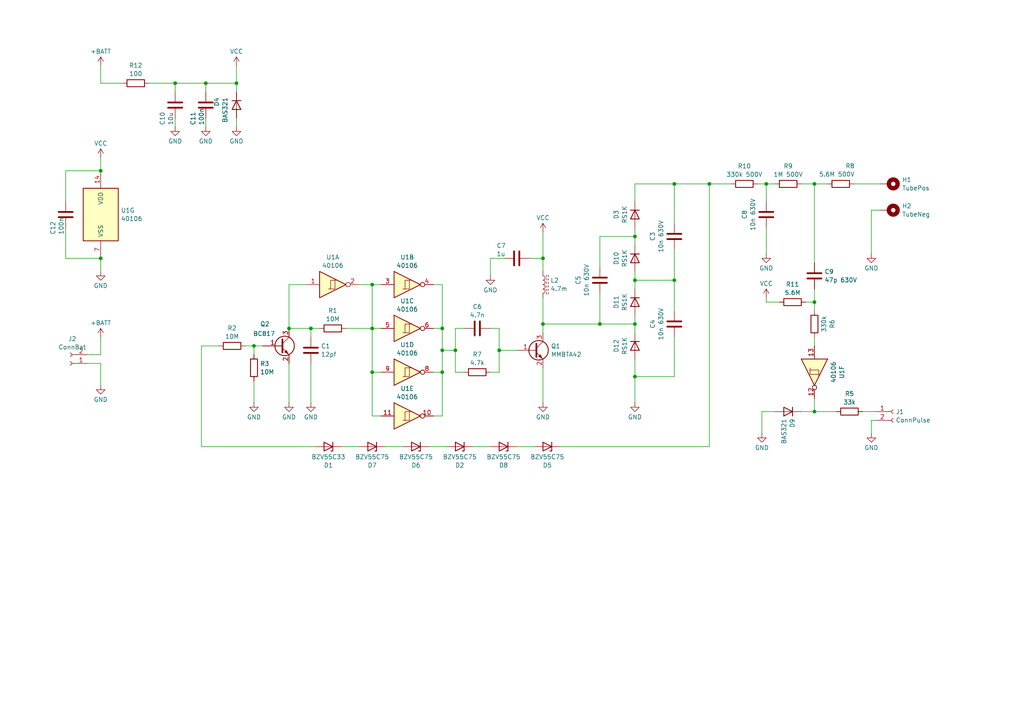
<source format=kicad_sch>
(kicad_sch (version 20231120) (generator "eeschema") (generator_version "8.0")
  (paper "A4")
  (lib_symbols
    (symbol "4xxx:40106" (pin_names (offset 1.016))
      (property "Reference" "U" (at 0 1.27 0))
      (property "Value" "40106" (at 0 -1.27 0))
      (symbol "40106_1_0"
        (polyline (pts (xy -0.635 -1.27) (xy -0.635 1.27) (xy 0.635 1.27)))
        (polyline (pts (xy -3.81 3.81) (xy -3.81 -3.81) (xy 3.81 0) (xy -3.81 3.81)) (stroke (width 0.254)) (fill (type background)))
        (polyline (pts (xy -1.27 -1.27) (xy 0.635 -1.27) (xy 0.635 1.27) (xy 1.27 1.27)))
        (pin input line (at -7.62 0 0) (length 3.81) (name "~") (number "1"))
        (pin output inverted (at 7.62 0 180) (length 3.81) (name "~") (number "2"))
      )
      (symbol "40106_2_0"
        (polyline (pts (xy -0.635 -1.27) (xy -0.635 1.27) (xy 0.635 1.27)))
        (polyline (pts (xy -3.81 3.81) (xy -3.81 -3.81) (xy 3.81 0) (xy -3.81 3.81)) (stroke (width 0.254)) (fill (type background)))
        (polyline (pts (xy -1.27 -1.27) (xy 0.635 -1.27) (xy 0.635 1.27) (xy 1.27 1.27)))
        (pin input line (at -7.62 0 0) (length 3.81) (name "~") (number "3"))
        (pin output inverted (at 7.62 0 180) (length 3.81) (name "~") (number "4"))
      )
      (symbol "40106_3_0"
        (polyline (pts (xy -0.635 -1.27) (xy -0.635 1.27) (xy 0.635 1.27)))
        (polyline (pts (xy -3.81 3.81) (xy -3.81 -3.81) (xy 3.81 0) (xy -3.81 3.81)) (stroke (width 0.254)) (fill (type background)))
        (polyline (pts (xy -1.27 -1.27) (xy 0.635 -1.27) (xy 0.635 1.27) (xy 1.27 1.27)))
        (pin input line (at -7.62 0 0) (length 3.81) (name "~") (number "5"))
        (pin output inverted (at 7.62 0 180) (length 3.81) (name "~") (number "6"))
      )
      (symbol "40106_4_0"
        (polyline (pts (xy -0.635 -1.27) (xy -0.635 1.27) (xy 0.635 1.27)))
        (polyline (pts (xy -3.81 3.81) (xy -3.81 -3.81) (xy 3.81 0) (xy -3.81 3.81)) (stroke (width 0.254)) (fill (type background)))
        (polyline (pts (xy -1.27 -1.27) (xy 0.635 -1.27) (xy 0.635 1.27) (xy 1.27 1.27)))
        (pin output inverted (at 7.62 0 180) (length 3.81) (name "~") (number "8"))
        (pin input line (at -7.62 0 0) (length 3.81) (name "~") (number "9"))
      )
      (symbol "40106_5_0"
        (polyline (pts (xy -0.635 -1.27) (xy -0.635 1.27) (xy 0.635 1.27)))
        (polyline (pts (xy -3.81 3.81) (xy -3.81 -3.81) (xy 3.81 0) (xy -3.81 3.81)) (stroke (width 0.254)) (fill (type background)))
        (polyline (pts (xy -1.27 -1.27) (xy 0.635 -1.27) (xy 0.635 1.27) (xy 1.27 1.27)))
        (pin output inverted (at 7.62 0 180) (length 3.81) (name "~") (number "10"))
        (pin input line (at -7.62 0 0) (length 3.81) (name "~") (number "11"))
      )
      (symbol "40106_6_0"
        (polyline (pts (xy -0.635 -1.27) (xy -0.635 1.27) (xy 0.635 1.27)))
        (polyline (pts (xy -3.81 3.81) (xy -3.81 -3.81) (xy 3.81 0) (xy -3.81 3.81)) (stroke (width 0.254)) (fill (type background)))
        (polyline (pts (xy -1.27 -1.27) (xy 0.635 -1.27) (xy 0.635 1.27) (xy 1.27 1.27)))
        (pin output inverted (at 7.62 0 180) (length 3.81) (name "~") (number "12"))
        (pin input line (at -7.62 0 0) (length 3.81) (name "~") (number "13"))
      )
      (symbol "40106_7_0"
        (pin power_in line (at 0 12.7 270) (length 5.08) (name "VDD") (number "14"))
        (pin power_in line (at 0 -12.7 90) (length 5.08) (name "VSS") (number "7"))
      )
      (symbol "40106_7_1"
        (rectangle (start -5.08 7.62) (end 5.08 -7.62) (stroke (width 0.254)) (fill (type background)))
      )
    )
    (symbol "Connector:Conn_01x02_Socket" (pin_names (offset 1.016) hide)
      (property "Reference" "J" (at 0 2.54 0))
      (property "Value" "Conn_01x02_Socket" (at 0 -5.08 0))
      (symbol "Conn_01x02_Socket_1_1"
        (arc (start 0 -2.032) (mid -0.5058 -2.54) (end 0 -3.048) (stroke (width 0.1524)))
        (polyline (pts (xy -1.27 -2.54) (xy -0.508 -2.54)) (stroke (width 0.1524)))
        (polyline (pts (xy -1.27 0) (xy -0.508 0)) (stroke (width 0.1524)))
        (arc (start 0 0.508) (mid -0.5058 0) (end 0 -0.508) (stroke (width 0.1524)))
        (pin passive line (at -5.08 0 0) (length 3.81) (name "Pin_1") (number "1"))
        (pin passive line (at -5.08 -2.54 0) (length 3.81) (name "Pin_2") (number "2"))
      )
    )
    (symbol "Device:C" (pin_numbers hide) (pin_names (offset 0.254))
      (property "Reference" "C" (at 0.635 2.54 0))
      (property "Value" "C" (at 0.635 -2.54 0))
      (symbol "C_0_1"
        (polyline (pts (xy -2.032 -0.762) (xy 2.032 -0.762)) (stroke (width 0.508)))
        (polyline (pts (xy -2.032 0.762) (xy 2.032 0.762)) (stroke (width 0.508)))
      )
      (symbol "C_1_1"
        (pin passive line (at 0 3.81 270) (length 2.794) (name "~") (number "1"))
        (pin passive line (at 0 -3.81 90) (length 2.794) (name "~") (number "2"))
      )
    )
    (symbol "Device:D" (pin_numbers hide) (pin_names (offset 1.016) hide)
      (property "Reference" "D" (at 0 2.54 0))
      (property "Value" "D" (at 0 -2.54 0))
      (symbol "D_0_1"
        (polyline (pts (xy -1.27 1.27) (xy -1.27 -1.27)) (stroke (width 0.254)))
        (polyline (pts (xy 1.27 0) (xy -1.27 0)))
        (polyline (pts (xy 1.27 1.27) (xy 1.27 -1.27) (xy -1.27 0) (xy 1.27 1.27)) (stroke (width 0.254)))
      )
      (symbol "D_1_1"
        (pin passive line (at -3.81 0 0) (length 2.54) (name "K") (number "1"))
        (pin passive line (at 3.81 0 180) (length 2.54) (name "A") (number "2"))
      )
    )
    (symbol "Device:L_Ferrite" (pin_numbers hide) (pin_names (offset 1.016) hide)
      (property "Reference" "L" (at -1.27 0 90))
      (property "Value" "L_Ferrite" (at 2.794 0 90))
      (symbol "L_Ferrite_0_1"
        (arc (start 0 -2.54) (mid 0.6323 -1.905) (end 0 -1.27))
        (arc (start 0 -1.27) (mid 0.6323 -0.635) (end 0 0))
        (polyline (pts (xy 1.016 -2.794) (xy 1.016 -2.286)))
        (polyline (pts (xy 1.016 -1.778) (xy 1.016 -1.27)))
        (polyline (pts (xy 1.016 -0.762) (xy 1.016 -0.254)))
        (polyline (pts (xy 1.016 0.254) (xy 1.016 0.762)))
        (polyline (pts (xy 1.016 1.27) (xy 1.016 1.778)))
        (polyline (pts (xy 1.016 2.286) (xy 1.016 2.794)))
        (polyline (pts (xy 1.524 -2.286) (xy 1.524 -2.794)))
        (polyline (pts (xy 1.524 -1.27) (xy 1.524 -1.778)))
        (polyline (pts (xy 1.524 -0.254) (xy 1.524 -0.762)))
        (polyline (pts (xy 1.524 0.762) (xy 1.524 0.254)))
        (polyline (pts (xy 1.524 1.778) (xy 1.524 1.27)))
        (polyline (pts (xy 1.524 2.794) (xy 1.524 2.286)))
        (arc (start 0 0) (mid 0.6323 0.635) (end 0 1.27))
        (arc (start 0 1.27) (mid 0.6323 1.905) (end 0 2.54))
      )
      (symbol "L_Ferrite_1_1"
        (pin passive line (at 0 3.81 270) (length 1.27) (name "1") (number "1"))
        (pin passive line (at 0 -3.81 90) (length 1.27) (name "2") (number "2"))
      )
    )
    (symbol "Device:R" (pin_numbers hide) (pin_names (offset 0))
      (property "Reference" "R" (at 2.032 0 90))
      (property "Value" "R" (at 0 0 90))
      (symbol "R_0_1"
        (rectangle (start -1.016 -2.54) (end 1.016 2.54) (stroke (width 0.254)))
      )
      (symbol "R_1_1"
        (pin passive line (at 0 3.81 270) (length 1.27) (name "~") (number "1"))
        (pin passive line (at 0 -3.81 90) (length 1.27) (name "~") (number "2"))
      )
    )
    (symbol "Diode:BZV55C33" (pin_numbers hide) (pin_names hide)
      (property "Reference" "D" (at 0 2.54 0))
      (property "Value" "BZV55C33" (at 0 -2.54 0))
      (symbol "BZV55C33_0_1"
        (polyline (pts (xy 1.27 0) (xy -1.27 0)))
        (polyline (pts (xy -1.27 -1.27) (xy -1.27 1.27) (xy -0.762 1.27)) (stroke (width 0.254)))
        (polyline (pts (xy 1.27 -1.27) (xy 1.27 1.27) (xy -1.27 0) (xy 1.27 -1.27)) (stroke (width 0.254)))
      )
      (symbol "BZV55C33_1_1"
        (pin passive line (at -3.81 0 0) (length 2.54) (name "K") (number "1"))
        (pin passive line (at 3.81 0 180) (length 2.54) (name "A") (number "2"))
      )
    )
    (symbol "Diode:BZV55C75" (pin_numbers hide) (pin_names hide)
      (property "Reference" "D" (at 0 2.54 0))
      (property "Value" "BZV55C75" (at 0 -2.54 0))
      (symbol "BZV55C75_0_1"
        (polyline (pts (xy 1.27 0) (xy -1.27 0)))
        (polyline (pts (xy -1.27 -1.27) (xy -1.27 1.27) (xy -0.762 1.27)) (stroke (width 0.254)))
        (polyline (pts (xy 1.27 -1.27) (xy 1.27 1.27) (xy -1.27 0) (xy 1.27 -1.27)) (stroke (width 0.254)))
      )
      (symbol "BZV55C75_1_1"
        (pin passive line (at -3.81 0 0) (length 2.54) (name "K") (number "1"))
        (pin passive line (at 3.81 0 180) (length 2.54) (name "A") (number "2"))
      )
    )
    (symbol "Mechanical:MountingHole_Pad" (pin_numbers hide) (pin_names (offset 1.016) hide)
      (property "Reference" "H" (at 0 6.35 0))
      (property "Value" "MountingHole_Pad" (at 0 4.445 0))
      (symbol "MountingHole_Pad_0_1"
        (circle (center 0 1.27) (radius 1.27) (stroke (width 1.27)))
      )
      (symbol "MountingHole_Pad_1_1"
        (pin input line (at 0 -2.54 90) (length 2.54) (name "1") (number "1"))
      )
    )
    (symbol "Transistor_BJT:BC817" (pin_names (offset 0) hide)
      (property "Reference" "Q" (at 5.08 1.905 0))
      (property "Value" "BC817" (at 5.08 0 0))
      (symbol "BC817_0_1"
        (polyline (pts (xy 0.635 0.635) (xy 2.54 2.54)))
        (polyline (pts (xy 0.635 -0.635) (xy 2.54 -2.54) (xy 2.54 -2.54)))
        (polyline (pts (xy 0.635 1.905) (xy 0.635 -1.905) (xy 0.635 -1.905)) (stroke (width 0.508)))
        (polyline (pts (xy 1.27 -1.778) (xy 1.778 -1.27) (xy 2.286 -2.286) (xy 1.27 -1.778) (xy 1.27 -1.778)) (fill (type outline)))
        (circle (center 1.27 0) (radius 2.8194) (stroke (width 0.254)))
      )
      (symbol "BC817_1_1"
        (pin input line (at -5.08 0 0) (length 5.715) (name "B") (number "1"))
        (pin passive line (at 2.54 -5.08 90) (length 2.54) (name "E") (number "2"))
        (pin passive line (at 2.54 5.08 270) (length 2.54) (name "C") (number "3"))
      )
    )
    (symbol "Transistor_BJT:MMBTA42" (pin_names (offset 0) hide)
      (property "Reference" "Q" (at 5.08 1.905 0))
      (property "Value" "MMBTA42" (at 5.08 0 0))
      (symbol "MMBTA42_0_1"
        (polyline (pts (xy 0 0) (xy 0.635 0)))
        (polyline (pts (xy 0.635 0.635) (xy 2.54 2.54)))
        (polyline (pts (xy 0.635 -0.635) (xy 2.54 -2.54) (xy 2.54 -2.54)))
        (polyline (pts (xy 0.635 1.905) (xy 0.635 -1.905) (xy 0.635 -1.905)) (stroke (width 0.508)))
        (polyline (pts (xy 1.27 -1.778) (xy 1.778 -1.27) (xy 2.286 -2.286) (xy 1.27 -1.778) (xy 1.27 -1.778)) (fill (type outline)))
        (circle (center 1.27 0) (radius 2.8194) (stroke (width 0.254)))
      )
      (symbol "MMBTA42_1_1"
        (pin input line (at -5.08 0 0) (length 5.08) (name "B") (number "1"))
        (pin passive line (at 2.54 -5.08 90) (length 2.54) (name "E") (number "2"))
        (pin passive line (at 2.54 5.08 270) (length 2.54) (name "C") (number "3"))
      )
    )
    (symbol "power:+BATT" (power) (pin_numbers hide) (pin_names (offset 0) hide)
      (property "Value" "+BATT" (at 0 3.556 0))
      (symbol "+BATT_0_1"
        (polyline (pts (xy -0.762 1.27) (xy 0 2.54)))
        (polyline (pts (xy 0 0) (xy 0 2.54)))
        (polyline (pts (xy 0 2.54) (xy 0.762 1.27)))
      )
      (symbol "+BATT_1_1"
        (pin power_in line (at 0 0 90) (length 0) (name "~") (number "1"))
      )
    )
    (symbol "power:GND" (power) (pin_numbers hide) (pin_names (offset 0) hide)
      (property "Value" "GND" (at 0 -3.81 0))
      (symbol "GND_0_1"
        (polyline (pts (xy 0 0) (xy 0 -1.27) (xy 1.27 -1.27) (xy 0 -2.54) (xy -1.27 -1.27) (xy 0 -1.27)))
      )
      (symbol "GND_1_1"
        (pin power_in line (at 0 0 270) (length 0) (name "~") (number "1"))
      )
    )
    (symbol "power:VCC" (power) (pin_numbers hide) (pin_names (offset 0) hide)
      (property "Value" "VCC" (at 0 3.556 0))
      (symbol "VCC_0_1"
        (polyline (pts (xy -0.762 1.27) (xy 0 2.54)))
        (polyline (pts (xy 0 0) (xy 0 2.54)))
        (polyline (pts (xy 0 2.54) (xy 0.762 1.27)))
      )
      (symbol "VCC_1_1"
        (pin power_in line (at 0 0 90) (length 0) (name "~") (number "1"))
      )
    )
  )
  (junction (at 107.95 107.95))
  (junction (at 73.66 100.33))
  (junction (at 132.08 101.6))
  (junction (at 173.99 93.98))
  (junction (at 68.58 24.13))
  (junction (at 107.95 82.55))
  (junction (at 107.95 95.25))
  (junction (at 128.27 95.25))
  (junction (at 184.15 109.22))
  (junction (at 90.17 95.25))
  (junction (at 236.22 87.63))
  (junction (at 205.74 53.34))
  (junction (at 236.22 119.38))
  (junction (at 184.15 68.58))
  (junction (at 157.48 74.93))
  (junction (at 157.48 93.98))
  (junction (at 59.69 24.13))
  (junction (at 236.22 53.34))
  (junction (at 184.15 93.98))
  (junction (at 128.27 107.95))
  (junction (at 144.78 101.6))
  (junction (at 29.21 49.53))
  (junction (at 195.58 81.28))
  (junction (at 184.15 81.28))
  (junction (at 222.25 53.34))
  (junction (at 29.21 74.93))
  (junction (at 50.8 24.13))
  (junction (at 195.58 53.34))
  (junction (at 83.82 95.25))
  (junction (at 128.27 101.6))
  (wire (pts (xy 195.58 53.34) (xy 195.58 64.77)))
  (wire (pts (xy 83.82 95.25) (xy 83.82 82.55)))
  (wire (pts (xy 83.82 105.41) (xy 83.82 116.84)))
  (wire (pts (xy 195.58 81.28) (xy 195.58 90.17)))
  (wire (pts (xy 144.78 107.95) (xy 142.24 107.95)))
  (wire (pts (xy 205.74 53.34) (xy 212.09 53.34)))
  (wire (pts (xy 128.27 107.95) (xy 128.27 120.65)))
  (wire (pts (xy 184.15 109.22) (xy 184.15 116.84)))
  (wire (pts (xy 157.48 106.68) (xy 157.48 116.84)))
  (wire (pts (xy 73.66 110.49) (xy 73.66 116.84)))
  (wire (pts (xy 83.82 82.55) (xy 88.9 82.55)))
  (wire (pts (xy 29.21 24.13) (xy 35.56 24.13)))
  (wire (pts (xy 73.66 100.33) (xy 73.66 102.87)))
  (wire (pts (xy 184.15 66.04) (xy 184.15 68.58)))
  (wire (pts (xy 107.95 107.95) (xy 110.49 107.95)))
  (wire (pts (xy 242.57 119.38) (xy 236.22 119.38)))
  (wire (pts (xy 250.19 119.38) (xy 254 119.38)))
  (wire (pts (xy 173.99 93.98) (xy 184.15 93.98)))
  (wire (pts (xy 254 121.92) (xy 252.73 121.92)))
  (wire (pts (xy 157.48 74.93) (xy 157.48 78.74)))
  (wire (pts (xy 173.99 68.58) (xy 184.15 68.58)))
  (wire (pts (xy 184.15 109.22) (xy 195.58 109.22)))
  (wire (pts (xy 149.86 129.54) (xy 154.94 129.54)))
  (wire (pts (xy 157.48 93.98) (xy 173.99 93.98)))
  (wire (pts (xy 144.78 101.6) (xy 144.78 107.95)))
  (wire (pts (xy 232.41 53.34) (xy 236.22 53.34)))
  (wire (pts (xy 107.95 82.55) (xy 110.49 82.55)))
  (wire (pts (xy 125.73 95.25) (xy 128.27 95.25)))
  (wire (pts (xy 173.99 85.09) (xy 173.99 93.98)))
  (wire (pts (xy 205.74 129.54) (xy 162.56 129.54)))
  (wire (pts (xy 184.15 104.14) (xy 184.15 109.22)))
  (wire (pts (xy 59.69 24.13) (xy 59.69 26.67)))
  (wire (pts (xy 219.71 53.34) (xy 222.25 53.34)))
  (wire (pts (xy 107.95 120.65) (xy 110.49 120.65)))
  (wire (pts (xy 255.27 60.96) (xy 252.73 60.96)))
  (wire (pts (xy 68.58 24.13) (xy 68.58 19.05)))
  (wire (pts (xy 128.27 120.65) (xy 125.73 120.65)))
  (wire (pts (xy 236.22 119.38) (xy 232.41 119.38)))
  (wire (pts (xy 125.73 107.95) (xy 128.27 107.95)))
  (wire (pts (xy 236.22 53.34) (xy 236.22 76.2)))
  (wire (pts (xy 29.21 97.79) (xy 29.21 102.87)))
  (wire (pts (xy 19.05 49.53) (xy 29.21 49.53)))
  (wire (pts (xy 128.27 95.25) (xy 128.27 101.6)))
  (wire (pts (xy 184.15 53.34) (xy 195.58 53.34)))
  (wire (pts (xy 107.95 95.25) (xy 110.49 95.25)))
  (wire (pts (xy 43.18 24.13) (xy 50.8 24.13)))
  (wire (pts (xy 222.25 87.63) (xy 226.06 87.63)))
  (wire (pts (xy 107.95 107.95) (xy 107.95 120.65)))
  (wire (pts (xy 236.22 53.34) (xy 240.03 53.34)))
  (wire (pts (xy 63.5 100.33) (xy 58.42 100.33)))
  (wire (pts (xy 68.58 24.13) (xy 68.58 26.67)))
  (wire (pts (xy 100.33 95.25) (xy 107.95 95.25)))
  (wire (pts (xy 132.08 101.6) (xy 132.08 107.95)))
  (wire (pts (xy 128.27 82.55) (xy 128.27 95.25)))
  (wire (pts (xy 184.15 93.98) (xy 184.15 96.52)))
  (wire (pts (xy 50.8 24.13) (xy 59.69 24.13)))
  (wire (pts (xy 142.24 74.93) (xy 146.05 74.93)))
  (wire (pts (xy 90.17 105.41) (xy 90.17 116.84)))
  (wire (pts (xy 19.05 66.04) (xy 19.05 74.93)))
  (wire (pts (xy 134.62 95.25) (xy 132.08 95.25)))
  (wire (pts (xy 90.17 95.25) (xy 90.17 97.79)))
  (wire (pts (xy 19.05 58.42) (xy 19.05 49.53)))
  (wire (pts (xy 195.58 109.22) (xy 195.58 97.79)))
  (wire (pts (xy 205.74 53.34) (xy 205.74 129.54)))
  (wire (pts (xy 142.24 80.01) (xy 142.24 74.93)))
  (wire (pts (xy 71.12 100.33) (xy 73.66 100.33)))
  (wire (pts (xy 125.73 82.55) (xy 128.27 82.55)))
  (wire (pts (xy 195.58 53.34) (xy 205.74 53.34)))
  (wire (pts (xy 25.4 102.87) (xy 29.21 102.87)))
  (wire (pts (xy 68.58 34.29) (xy 68.58 36.83)))
  (wire (pts (xy 236.22 115.57) (xy 236.22 119.38)))
  (wire (pts (xy 247.65 53.34) (xy 255.27 53.34)))
  (wire (pts (xy 220.98 119.38) (xy 224.79 119.38)))
  (wire (pts (xy 107.95 95.25) (xy 107.95 107.95)))
  (wire (pts (xy 157.48 67.31) (xy 157.48 74.93)))
  (wire (pts (xy 222.25 53.34) (xy 224.79 53.34)))
  (wire (pts (xy 236.22 97.79) (xy 236.22 100.33)))
  (wire (pts (xy 58.42 129.54) (xy 91.44 129.54)))
  (wire (pts (xy 173.99 77.47) (xy 173.99 68.58)))
  (wire (pts (xy 252.73 121.92) (xy 252.73 125.73)))
  (wire (pts (xy 90.17 95.25) (xy 92.71 95.25)))
  (wire (pts (xy 184.15 81.28) (xy 195.58 81.28)))
  (wire (pts (xy 111.76 129.54) (xy 116.84 129.54)))
  (wire (pts (xy 184.15 81.28) (xy 184.15 83.82)))
  (wire (pts (xy 184.15 58.42) (xy 184.15 53.34)))
  (wire (pts (xy 59.69 24.13) (xy 68.58 24.13)))
  (wire (pts (xy 50.8 34.29) (xy 50.8 36.83)))
  (wire (pts (xy 99.06 129.54) (xy 104.14 129.54)))
  (wire (pts (xy 137.16 129.54) (xy 142.24 129.54)))
  (wire (pts (xy 236.22 87.63) (xy 236.22 90.17)))
  (wire (pts (xy 195.58 72.39) (xy 195.58 81.28)))
  (wire (pts (xy 222.25 86.36) (xy 222.25 87.63)))
  (wire (pts (xy 19.05 74.93) (xy 29.21 74.93)))
  (wire (pts (xy 153.67 74.93) (xy 157.48 74.93)))
  (wire (pts (xy 29.21 105.41) (xy 29.21 111.76)))
  (wire (pts (xy 220.98 125.73) (xy 220.98 119.38)))
  (wire (pts (xy 29.21 74.93) (xy 29.21 78.74)))
  (wire (pts (xy 128.27 101.6) (xy 128.27 107.95)))
  (wire (pts (xy 132.08 95.25) (xy 132.08 101.6)))
  (wire (pts (xy 184.15 68.58) (xy 184.15 71.12)))
  (wire (pts (xy 59.69 34.29) (xy 59.69 36.83)))
  (wire (pts (xy 58.42 100.33) (xy 58.42 129.54)))
  (wire (pts (xy 157.48 93.98) (xy 157.48 96.52)))
  (wire (pts (xy 184.15 91.44) (xy 184.15 93.98)))
  (wire (pts (xy 222.25 66.04) (xy 222.25 73.66)))
  (wire (pts (xy 124.46 129.54) (xy 129.54 129.54)))
  (wire (pts (xy 83.82 95.25) (xy 90.17 95.25)))
  (wire (pts (xy 128.27 101.6) (xy 132.08 101.6)))
  (wire (pts (xy 142.24 95.25) (xy 144.78 95.25)))
  (wire (pts (xy 107.95 82.55) (xy 107.95 95.25)))
  (wire (pts (xy 50.8 24.13) (xy 50.8 26.67)))
  (wire (pts (xy 144.78 101.6) (xy 149.86 101.6)))
  (wire (pts (xy 104.14 82.55) (xy 107.95 82.55)))
  (wire (pts (xy 184.15 78.74) (xy 184.15 81.28)))
  (wire (pts (xy 29.21 19.05) (xy 29.21 24.13)))
  (wire (pts (xy 25.4 105.41) (xy 29.21 105.41)))
  (wire (pts (xy 233.68 87.63) (xy 236.22 87.63)))
  (wire (pts (xy 132.08 107.95) (xy 134.62 107.95)))
  (wire (pts (xy 157.48 86.36) (xy 157.48 93.98)))
  (wire (pts (xy 222.25 53.34) (xy 222.25 58.42)))
  (wire (pts (xy 144.78 95.25) (xy 144.78 101.6)))
  (wire (pts (xy 252.73 60.96) (xy 252.73 73.66)))
  (wire (pts (xy 236.22 83.82) (xy 236.22 87.63)))
  (wire (pts (xy 73.66 100.33) (xy 76.2 100.33)))
  (wire (pts (xy 29.21 45.72) (xy 29.21 49.53)))
  (symbol (lib_id "power:GND") (at 252.73 73.66 0) (unit 1)
    (property "Reference" "#PWR015" (effects (hide yes)))
    (property "Value" "GND" (at 252.73 77.7931 0))
    (property "Description" "Power symbol creates a global label with name \"GND\" , ground" (effects (hide yes)))
  )
  (symbol (lib_id "power:GND") (at 184.15 116.84 0) (unit 1)
    (property "Reference" "#PWR013" (effects (hide yes)))
    (property "Value" "GND" (at 184.15 120.9731 0))
    (property "Description" "Power symbol creates a global label with name \"GND\" , ground" (effects (hide yes)))
  )
  (symbol (lib_id "power:GND") (at 73.66 116.84 0) (unit 1)
    (property "Reference" "#PWR01" (effects (hide yes)))
    (property "Value" "GND" (at 73.66 120.9731 0))
    (property "Description" "Power symbol creates a global label with name \"GND\" , ground" (effects (hide yes)))
  )
  (symbol (lib_id "Device:C") (at 59.69 30.48 0) (unit 1)
    (property "Reference" "C11" (at 55.9957 36.322 90) (effects (justify left)))
    (property "Value" "100n" (at 58.42 36.322 90) (effects (justify left)))
    (property "Footprint" "Capacitor_SMD:C_0805_2012Metric_Pad1.18x1.45mm_HandSolder" (effects (hide yes)))
    (property "Description" "Unpolarized capacitor" (effects (hide yes)))
  )
  (symbol (lib_id "power:GND") (at 83.82 116.84 0) (unit 1)
    (property "Reference" "#PWR05" (effects (hide yes)))
    (property "Value" "GND" (at 83.82 120.9731 0))
    (property "Description" "Power symbol creates a global label with name \"GND\" , ground" (effects (hide yes)))
  )
  (symbol (lib_id "Device:D") (at 68.58 30.48 270) (unit 1)
    (property "Reference" "D4" (at 62.8537 28.194 0) (effects (justify left)))
    (property "Value" "BAS321" (at 65.278 28.194 0) (effects (justify left)))
    (property "Footprint" "Diode_SMD:D_SOD-323_HandSoldering" (effects (hide yes)))
    (property "Description" "250V 250mW 50ns Switching" (effects (hide yes)))
    (property "Sim.Device" "D" (effects (hide yes)))
    (property "Sim.Pins" "1=K 2=A" (effects (hide yes)))
  )
  (symbol (lib_id "Diode:BZV55C75") (at 158.75 129.54 180) (unit 1)
    (property "Reference" "D5" (at 158.75 134.9545 0))
    (property "Value" "BZV55C75" (at 158.75 132.5302 0))
    (property "Footprint" "Diode_SMD:D_MiniMELF" (effects (hide yes)))
    (property "Datasheet" "https://assets.nexperia.com/documents/data-sheet/BZV55_SER.pdf" (effects (hide yes)))
    (property "Description" "75V, 500mW, 5%, Zener diode, MiniMELF" (effects (hide yes)))
  )
  (symbol (lib_id "Device:C") (at 195.58 93.98 0) (mirror y) (unit 1)
    (property "Reference" "C4" (at 189.2765 93.98 90))
    (property "Value" "10n 630V" (at 191.7008 93.98 90))
    (property "Footprint" "Capacitor_SMD:C_1206_3216Metric_Pad1.33x1.80mm_HandSolder" (effects (hide yes)))
    (property "Description" "Unpolarized capacitor" (effects (hide yes)))
  )
  (symbol (lib_id "power:GND") (at 222.25 73.66 0) (unit 1)
    (property "Reference" "#PWR014" (effects (hide yes)))
    (property "Value" "GND" (at 222.25 77.7931 0))
    (property "Description" "Power symbol creates a global label with name \"GND\" , ground" (effects (hide yes)))
  )
  (symbol (lib_id "Connector:Conn_01x02_Socket") (at 20.32 105.41 180) (unit 1)
    (property "Reference" "J2" (at 20.955 98.2683 0))
    (property "Value" "ConnBat" (at 20.955 100.6926 0))
    (property "Description" "Generic connector, single row, 01x02, script generated" (effects (hide yes)))
  )
  (symbol (lib_id "4xxx:40106") (at 236.22 107.95 270) (unit 6)
    (property "Reference" "U1" (at 244.1745 107.95 0))
    (property "Value" "40106" (at 241.7502 107.95 0))
    (property "Datasheet" "https://assets.nexperia.com/documents/data-sheet/HEF40106B.pdf" (effects (hide yes)))
    (property "Description" "Hex Schmitt trigger inverter" (effects (hide yes)))
  )
  (symbol (lib_id "Device:C") (at 50.8 30.48 0) (unit 1)
    (property "Reference" "C10" (at 47.1057 36.322 90) (effects (justify left)))
    (property "Value" "10u" (at 49.53 36.322 90) (effects (justify left)))
    (property "Footprint" "Capacitor_SMD:C_0805_2012Metric_Pad1.18x1.45mm_HandSolder" (effects (hide yes)))
    (property "Description" "Unpolarized capacitor" (effects (hide yes)))
  )
  (symbol (lib_id "Diode:BZV55C75") (at 107.95 129.54 180) (unit 1)
    (property "Reference" "D7" (at 107.95 134.9545 0))
    (property "Value" "BZV55C75" (at 107.95 132.5302 0))
    (property "Footprint" "Diode_SMD:D_MiniMELF" (effects (hide yes)))
    (property "Datasheet" "https://assets.nexperia.com/documents/data-sheet/BZV55_SER.pdf" (effects (hide yes)))
    (property "Description" "75V, 500mW, 5%, Zener diode, MiniMELF" (effects (hide yes)))
  )
  (symbol (lib_id "Device:C") (at 195.58 68.58 0) (mirror y) (unit 1)
    (property "Reference" "C3" (at 189.2765 68.58 90))
    (property "Value" "10n 630V" (at 191.7008 68.58 90))
    (property "Footprint" "Capacitor_SMD:C_1206_3216Metric_Pad1.33x1.80mm_HandSolder" (effects (hide yes)))
    (property "Description" "Unpolarized capacitor" (effects (hide yes)))
  )
  (symbol (lib_id "power:GND") (at 252.73 125.73 0) (unit 1)
    (property "Reference" "#PWR017" (effects (hide yes)))
    (property "Value" "GND" (at 252.73 129.8631 0))
    (property "Description" "Power symbol creates a global label with name \"GND\" , ground" (effects (hide yes)))
  )
  (symbol (lib_id "power:GND") (at 68.58 36.83 0) (unit 1)
    (property "Reference" "#PWR011" (effects (hide yes)))
    (property "Value" "GND" (at 68.58 40.9631 0))
    (property "Description" "Power symbol creates a global label with name \"GND\" , ground" (effects (hide yes)))
  )
  (symbol (lib_id "4xxx:40106") (at 29.21 62.23 0) (unit 7)
    (property "Reference" "U1" (at 35.052 61.0178 0) (effects (justify left)))
    (property "Value" "40106" (at 35.052 63.4421 0) (effects (justify left)))
    (property "Datasheet" "https://assets.nexperia.com/documents/data-sheet/HEF40106B.pdf" (effects (hide yes)))
    (property "Description" "Hex Schmitt trigger inverter" (effects (hide yes)))
  )
  (symbol (lib_id "Device:R") (at 39.37 24.13 90) (unit 1)
    (property "Reference" "R12" (at 39.37 18.9695 90))
    (property "Value" "100" (at 39.37 21.3938 90))
    (property "Footprint" "Resistor_SMD:R_0805_2012Metric_Pad1.20x1.40mm_HandSolder" (effects (hide yes)))
    (property "Description" "Resistor" (effects (hide yes)))
  )
  (symbol (lib_id "Device:R") (at 215.9 53.34 90) (unit 1)
    (property "Reference" "R10" (at 215.9 48.1795 90))
    (property "Value" "330k 500V" (at 215.9 50.6038 90))
    (property "Footprint" "Resistor_SMD:R_2512_6332Metric_Pad1.40x3.35mm_HandSolder" (effects (hide yes)))
    (property "Description" "Resistor" (effects (hide yes)))
  )
  (symbol (lib_id "power:GND") (at 142.24 80.01 0) (unit 1)
    (property "Reference" "#PWR010" (effects (hide yes)))
    (property "Value" "GND" (at 142.24 84.1431 0))
    (property "Description" "Power symbol creates a global label with name \"GND\" , ground" (effects (hide yes)))
  )
  (symbol (lib_id "Device:R") (at 67.31 100.33 90) (unit 1)
    (property "Reference" "R2" (at 67.31 95.1695 90))
    (property "Value" "10M" (at 67.31 97.5938 90))
    (property "Footprint" "Resistor_SMD:R_0805_2012Metric_Pad1.20x1.40mm_HandSolder" (effects (hide yes)))
    (property "Description" "Resistor" (effects (hide yes)))
  )
  (symbol (lib_id "Device:R") (at 228.6 53.34 90) (unit 1)
    (property "Reference" "R9" (at 228.6 48.1795 90))
    (property "Value" "1M 500V" (at 228.6 50.6038 90))
    (property "Footprint" "Resistor_SMD:R_2512_6332Metric_Pad1.40x3.35mm_HandSolder" (effects (hide yes)))
    (property "Description" "Resistor" (effects (hide yes)))
  )
  (symbol (lib_id "4xxx:40106") (at 118.11 95.25 0) (unit 3)
    (property "Reference" "U1" (at 118.11 87.2955 0))
    (property "Value" "40106" (at 118.11 89.7198 0))
    (property "Datasheet" "https://assets.nexperia.com/documents/data-sheet/HEF40106B.pdf" (effects (hide yes)))
    (property "Description" "Hex Schmitt trigger inverter" (effects (hide yes)))
  )
  (symbol (lib_id "Device:R") (at 73.66 106.68 180) (unit 1)
    (property "Reference" "R3" (at 75.438 105.4678 0) (effects (justify right)))
    (property "Value" "10M" (at 75.438 107.8921 0) (effects (justify right)))
    (property "Footprint" "Resistor_SMD:R_0805_2012Metric_Pad1.20x1.40mm_HandSolder" (effects (hide yes)))
    (property "Description" "Resistor" (effects (hide yes)))
  )
  (symbol (lib_id "power:VCC") (at 157.48 67.31 0) (unit 1)
    (property "Reference" "#PWR012" (effects (hide yes)))
    (property "Value" "VCC" (at 157.48 63.1769 0))
    (property "Description" "Power symbol creates a global label with name \"VCC\"" (effects (hide yes)))
  )
  (symbol (lib_id "Mechanical:MountingHole_Pad") (at 257.81 60.96 270) (unit 1)
    (property "Reference" "H2" (at 261.62 59.7478 90) (effects (justify left)))
    (property "Value" "TubeNeg" (at 261.62 62.1721 90) (effects (justify left)))
    (property "Description" "Mounting Hole with connection" (effects (hide yes)))
  )
  (symbol (lib_id "power:VCC") (at 29.21 45.72 0) (unit 1)
    (property "Reference" "#PWR04" (effects (hide yes)))
    (property "Value" "VCC" (at 29.21 41.5869 0))
    (property "Description" "Power symbol creates a global label with name \"VCC\"" (effects (hide yes)))
  )
  (symbol (lib_id "Device:R") (at 236.22 93.98 0) (unit 1)
    (property "Reference" "R6" (at 241.3805 93.98 90))
    (property "Value" "330k" (at 238.9562 93.98 90))
    (property "Footprint" "Resistor_SMD:R_0805_2012Metric_Pad1.20x1.40mm_HandSolder" (effects (hide yes)))
    (property "Description" "Resistor" (effects (hide yes)))
  )
  (symbol (lib_id "Diode:BZV55C75") (at 133.35 129.54 180) (unit 1)
    (property "Reference" "D2" (at 133.35 134.9545 0))
    (property "Value" "BZV55C75" (at 133.35 132.5302 0))
    (property "Footprint" "Diode_SMD:D_MiniMELF" (effects (hide yes)))
    (property "Datasheet" "https://assets.nexperia.com/documents/data-sheet/BZV55_SER.pdf" (effects (hide yes)))
    (property "Description" "75V, 500mW, 5%, Zener diode, MiniMELF" (effects (hide yes)))
  )
  (symbol (lib_id "Device:C") (at 149.86 74.93 270) (unit 1)
    (property "Reference" "C7" (at 144.018 71.2357 90) (effects (justify left)))
    (property "Value" "1u" (at 144.018 73.66 90) (effects (justify left)))
    (property "Footprint" "Capacitor_SMD:C_0805_2012Metric_Pad1.18x1.45mm_HandSolder" (effects (hide yes)))
    (property "Description" "Unpolarized capacitor" (effects (hide yes)))
  )
  (symbol (lib_id "Device:R") (at 138.43 107.95 90) (unit 1)
    (property "Reference" "R7" (at 138.43 102.7895 90))
    (property "Value" "4.7k" (at 138.43 105.2138 90))
    (property "Footprint" "Resistor_SMD:R_0805_2012Metric_Pad1.20x1.40mm_HandSolder" (effects (hide yes)))
    (property "Description" "Resistor" (effects (hide yes)))
  )
  (symbol (lib_id "4xxx:40106") (at 96.52 82.55 0) (unit 1)
    (property "Reference" "U1" (at 96.52 74.5955 0))
    (property "Value" "40106" (at 96.52 77.0198 0))
    (property "Datasheet" "https://assets.nexperia.com/documents/data-sheet/HEF40106B.pdf" (effects (hide yes)))
    (property "Description" "Hex Schmitt trigger inverter" (effects (hide yes)))
  )
  (symbol (lib_id "Diode:BZV55C33") (at 95.25 129.54 180) (unit 1)
    (property "Reference" "D1" (at 95.25 134.9545 0))
    (property "Value" "BZV55C33" (at 95.25 132.5302 0))
    (property "Footprint" "Diode_SMD:D_MiniMELF" (effects (hide yes)))
    (property "Datasheet" "https://assets.nexperia.com/documents/data-sheet/BZV55_SER.pdf" (effects (hide yes)))
    (property "Description" "33V, 500mW, 5%, Zener diode, MiniMELF" (effects (hide yes)))
  )
  (symbol (lib_id "power:+BATT") (at 29.21 19.05 0) (unit 1)
    (property "Reference" "#PWR02" (effects (hide yes)))
    (property "Value" "+BATT" (at 29.21 14.9169 0))
    (property "Description" "Power symbol creates a global label with name \"+BATT\"" (effects (hide yes)))
  )
  (symbol (lib_id "Device:C") (at 138.43 95.25 270) (unit 1)
    (property "Reference" "C6" (at 138.43 88.9465 90))
    (property "Value" "4.7n" (at 138.43 91.3708 90))
    (property "Footprint" "Capacitor_SMD:C_0805_2012Metric_Pad1.18x1.45mm_HandSolder" (effects (hide yes)))
    (property "Description" "Unpolarized capacitor" (effects (hide yes)))
  )
  (symbol (lib_id "Device:C") (at 236.22 80.01 0) (mirror y) (unit 1)
    (property "Reference" "C9" (at 239.141 78.7978 0) (effects (justify right)))
    (property "Value" "47p 630V" (at 239.141 81.2221 0) (effects (justify right)))
    (property "Footprint" "Capacitor_SMD:C_1206_3216Metric_Pad1.33x1.80mm_HandSolder" (effects (hide yes)))
    (property "Description" "Unpolarized capacitor" (effects (hide yes)))
  )
  (symbol (lib_id "Device:R") (at 229.87 87.63 90) (unit 1)
    (property "Reference" "R11" (at 229.87 82.4695 90))
    (property "Value" "5.6M" (at 229.87 84.8938 90))
    (property "Footprint" "Resistor_SMD:R_0805_2012Metric_Pad1.20x1.40mm_HandSolder" (effects (hide yes)))
    (property "Description" "Resistor" (effects (hide yes)))
  )
  (symbol (lib_id "4xxx:40106") (at 118.11 107.95 0) (unit 4)
    (property "Reference" "U1" (at 118.11 99.9955 0))
    (property "Value" "40106" (at 118.11 102.4198 0))
    (property "Datasheet" "https://assets.nexperia.com/documents/data-sheet/HEF40106B.pdf" (effects (hide yes)))
    (property "Description" "Hex Schmitt trigger inverter" (effects (hide yes)))
  )
  (symbol (lib_id "power:GND") (at 50.8 36.83 0) (unit 1)
    (property "Reference" "#PWR019" (effects (hide yes)))
    (property "Value" "GND" (at 50.8 40.9631 0))
    (property "Description" "Power symbol creates a global label with name \"GND\" , ground" (effects (hide yes)))
  )
  (symbol (lib_id "Device:R") (at 246.38 119.38 90) (unit 1)
    (property "Reference" "R5" (at 246.38 114.2195 90))
    (property "Value" "33k" (at 246.38 116.6438 90))
    (property "Footprint" "Resistor_SMD:R_0805_2012Metric_Pad1.20x1.40mm_HandSolder" (effects (hide yes)))
    (property "Description" "Resistor" (effects (hide yes)))
  )
  (symbol (lib_id "power:VCC") (at 222.25 86.36 0) (unit 1)
    (property "Reference" "#PWR016" (effects (hide yes)))
    (property "Value" "VCC" (at 222.25 82.2269 0))
    (property "Description" "Power symbol creates a global label with name \"VCC\"" (effects (hide yes)))
  )
  (symbol (lib_id "Transistor_BJT:BC817") (at 81.28 100.33 0) (unit 1)
    (property "Reference" "Q2" (at 75.438 93.98 0) (effects (justify left)))
    (property "Value" "BC817" (at 73.406 96.774 0) (effects (justify left)))
    (property "Footprint" "Package_TO_SOT_SMD:SOT-23" (effects (hide yes)))
    (property "Datasheet" "https://www.onsemi.com/pub/Collateral/BC818-D.pdf" (effects (hide yes)))
    (property "Description" "0.8A Ic, 45V Vce, NPN Transistor, SOT-23" (effects (hide yes)))
  )
  (symbol (lib_id "Device:C") (at 19.05 62.23 0) (unit 1)
    (property "Reference" "C12" (at 15.3557 68.072 90) (effects (justify left)))
    (property "Value" "100n" (at 17.78 68.072 90) (effects (justify left)))
    (property "Footprint" "Capacitor_SMD:C_0805_2012Metric_Pad1.18x1.45mm_HandSolder" (effects (hide yes)))
    (property "Description" "Unpolarized capacitor" (effects (hide yes)))
  )
  (symbol (lib_id "Connector:Conn_01x02_Socket") (at 259.08 119.38 0) (unit 1)
    (property "Reference" "J1" (at 259.7912 119.4378 0) (effects (justify left)))
    (property "Value" "ConnPulse" (at 259.7912 121.8621 0) (effects (justify left)))
    (property "Description" "Generic connector, single row, 01x02, script generated" (effects (hide yes)))
  )
  (symbol (lib_id "Diode:BZV55C75") (at 146.05 129.54 180) (unit 1)
    (property "Reference" "D8" (at 146.05 134.9545 0))
    (property "Value" "BZV55C75" (at 146.05 132.5302 0))
    (property "Footprint" "Diode_SMD:D_MiniMELF" (effects (hide yes)))
    (property "Datasheet" "https://assets.nexperia.com/documents/data-sheet/BZV55_SER.pdf" (effects (hide yes)))
    (property "Description" "75V, 500mW, 5%, Zener diode, MiniMELF" (effects (hide yes)))
  )
  (symbol (lib_id "4xxx:40106") (at 118.11 82.55 0) (unit 2)
    (property "Reference" "U1" (at 118.11 74.5955 0))
    (property "Value" "40106" (at 118.11 77.0198 0))
    (property "Datasheet" "https://assets.nexperia.com/documents/data-sheet/HEF40106B.pdf" (effects (hide yes)))
    (property "Description" "Hex Schmitt trigger inverter" (effects (hide yes)))
  )
  (symbol (lib_id "Diode:BZV55C75") (at 120.65 129.54 180) (unit 1)
    (property "Reference" "D6" (at 120.65 134.9545 0))
    (property "Value" "BZV55C75" (at 120.65 132.5302 0))
    (property "Footprint" "Diode_SMD:D_MiniMELF" (effects (hide yes)))
    (property "Datasheet" "https://assets.nexperia.com/documents/data-sheet/BZV55_SER.pdf" (effects (hide yes)))
    (property "Description" "75V, 500mW, 5%, Zener diode, MiniMELF" (effects (hide yes)))
  )
  (symbol (lib_id "Device:R") (at 243.84 53.34 90) (unit 1)
    (property "Reference" "R8" (at 247.904 48.1217 90) (effects (justify left)))
    (property "Value" "5.6M 500V" (at 247.904 50.546 90) (effects (justify left)))
    (property "Footprint" "Resistor_SMD:R_2512_6332Metric_Pad1.40x3.35mm_HandSolder" (effects (hide yes)))
    (property "Description" "Resistor" (effects (hide yes)))
  )
  (symbol (lib_id "4xxx:40106") (at 118.11 120.65 0) (unit 5)
    (property "Reference" "U1" (at 118.11 112.6955 0))
    (property "Value" "40106" (at 118.11 115.1198 0))
    (property "Datasheet" "https://assets.nexperia.com/documents/data-sheet/HEF40106B.pdf" (effects (hide yes)))
    (property "Description" "Hex Schmitt trigger inverter" (effects (hide yes)))
  )
  (symbol (lib_id "power:GND") (at 29.21 111.76 0) (unit 1)
    (property "Reference" "#PWR021" (effects (hide yes)))
    (property "Value" "GND" (at 29.21 115.8931 0))
    (property "Description" "Power symbol creates a global label with name \"GND\" , ground" (effects (hide yes)))
  )
  (symbol (lib_id "Device:C") (at 173.99 81.28 0) (mirror y) (unit 1)
    (property "Reference" "C5" (at 167.6865 81.28 90))
    (property "Value" "10n 630V" (at 170.1108 81.28 90))
    (property "Footprint" "Capacitor_SMD:C_1206_3216Metric_Pad1.33x1.80mm_HandSolder" (effects (hide yes)))
    (property "Description" "Unpolarized capacitor" (effects (hide yes)))
  )
  (symbol (lib_id "power:+BATT") (at 29.21 97.79 0) (unit 1)
    (property "Reference" "#PWR020" (effects (hide yes)))
    (property "Value" "+BATT" (at 29.21 93.6569 0))
    (property "Description" "Power symbol creates a global label with name \"+BATT\"" (effects (hide yes)))
  )
  (symbol (lib_id "Transistor_BJT:MMBTA42") (at 154.94 101.6 0) (unit 1)
    (property "Reference" "Q1" (at 159.7914 100.3878 0) (effects (justify left)))
    (property "Value" "MMBTA42" (at 159.7914 102.8121 0) (effects (justify left)))
    (property "Footprint" "Package_TO_SOT_SMD:SOT-23" (effects (hide yes)))
    (property "Datasheet" "https://www.onsemi.com/pub/Collateral/MMBTA42LT1-D.PDF" (effects (hide yes)))
    (property "Description" "0.5A Ic, 300V Vce, NPN High Voltage Transistor, SOT-23" (effects (hide yes)))
  )
  (symbol (lib_id "Mechanical:MountingHole_Pad") (at 257.81 53.34 270) (unit 1)
    (property "Reference" "H1" (at 261.62 52.1278 90) (effects (justify left)))
    (property "Value" "TubePos" (at 261.62 54.5521 90) (effects (justify left)))
    (property "Description" "Mounting Hole with connection" (effects (hide yes)))
  )
  (symbol (lib_id "power:GND") (at 157.48 116.84 0) (unit 1)
    (property "Reference" "#PWR09" (effects (hide yes)))
    (property "Value" "GND" (at 157.48 120.9731 0))
    (property "Description" "Power symbol creates a global label with name \"GND\" , ground" (effects (hide yes)))
  )
  (symbol (lib_id "Device:L_Ferrite") (at 157.48 82.55 0) (unit 1)
    (property "Reference" "L2" (at 159.639 81.3378 0) (effects (justify left)))
    (property "Value" "4.7m" (at 159.639 83.7621 0) (effects (justify left)))
    (property "Footprint" "Inductor_THT:L_Radial_D7.8mm_P5.00mm_Fastron_07HCP" (effects (hide yes)))
    (property "Description" "Inductor with ferrite core" (effects (hide yes)))
  )
  (symbol (lib_id "power:GND") (at 220.98 125.73 0) (unit 1)
    (property "Reference" "#PWR08" (effects (hide yes)))
    (property "Value" "GND" (at 220.98 129.8631 0))
    (property "Description" "Power symbol creates a global label with name \"GND\" , ground" (effects (hide yes)))
  )
  (symbol (lib_id "Device:C") (at 90.17 101.6 180) (unit 1)
    (property "Reference" "C1" (at 93.091 100.3878 0) (effects (justify right)))
    (property "Value" "12pf" (at 93.091 102.8121 0) (effects (justify right)))
    (property "Footprint" "Capacitor_SMD:C_0805_2012Metric_Pad1.18x1.45mm_HandSolder" (effects (hide yes)))
    (property "Description" "Unpolarized capacitor" (effects (hide yes)))
  )
  (symbol (lib_id "Device:D") (at 228.6 119.38 180) (unit 1)
    (property "Reference" "D9" (at 229.8122 121.412 90) (effects (justify left)))
    (property "Value" "BAS321" (at 227.3879 121.412 90) (effects (justify left)))
    (property "Footprint" "Diode_SMD:D_SOD-323_HandSoldering" (effects (hide yes)))
    (property "Description" "250V 250mW 50ns Switching" (effects (hide yes)))
    (property "Sim.Device" "D" (effects (hide yes)))
    (property "Sim.Pins" "1=K 2=A" (effects (hide yes)))
  )
  (symbol (lib_id "Device:D") (at 184.15 62.23 90) (mirror x) (unit 1)
    (property "Reference" "D3" (at 178.7355 62.23 0))
    (property "Value" "RS1K" (at 181.1598 62.23 0))
    (property "Footprint" "Diode_SMD:D_SMA_Handsoldering" (effects (hide yes)))
    (property "Description" "1A 800V Fast" (effects (hide yes)))
    (property "Sim.Device" "D" (effects (hide yes)))
    (property "Sim.Pins" "1=K 2=A" (effects (hide yes)))
  )
  (symbol (lib_id "power:GND") (at 90.17 116.84 0) (unit 1)
    (property "Reference" "#PWR06" (effects (hide yes)))
    (property "Value" "GND" (at 90.17 120.9731 0))
    (property "Description" "Power symbol creates a global label with name \"GND\" , ground" (effects (hide yes)))
  )
  (symbol (lib_id "Device:D") (at 184.15 100.33 90) (mirror x) (unit 1)
    (property "Reference" "D12" (at 178.7355 100.33 0))
    (property "Value" "RS1K" (at 181.1598 100.33 0))
    (property "Footprint" "Diode_SMD:D_SMA_Handsoldering" (effects (hide yes)))
    (property "Description" "1A 800V Fast" (effects (hide yes)))
    (property "Sim.Device" "D" (effects (hide yes)))
    (property "Sim.Pins" "1=K 2=A" (effects (hide yes)))
  )
  (symbol (lib_id "Device:D") (at 184.15 87.63 90) (mirror x) (unit 1)
    (property "Reference" "D11" (at 178.7355 87.63 0))
    (property "Value" "RS1K" (at 181.1598 87.63 0))
    (property "Footprint" "Diode_SMD:D_SMA_Handsoldering" (effects (hide yes)))
    (property "Description" "1A 800V Fast" (effects (hide yes)))
    (property "Sim.Device" "D" (effects (hide yes)))
    (property "Sim.Pins" "1=K 2=A" (effects (hide yes)))
  )
  (symbol (lib_id "Device:R") (at 96.52 95.25 90) (unit 1)
    (property "Reference" "R1" (at 96.52 90.0895 90))
    (property "Value" "10M" (at 96.52 92.5138 90))
    (property "Footprint" "Resistor_SMD:R_0805_2012Metric_Pad1.20x1.40mm_HandSolder" (effects (hide yes)))
    (property "Description" "Resistor" (effects (hide yes)))
  )
  (symbol (lib_id "Device:C") (at 222.25 62.23 0) (mirror y) (unit 1)
    (property "Reference" "C8" (at 215.9465 62.23 90))
    (property "Value" "10n 630V" (at 218.3708 62.23 90))
    (property "Footprint" "Capacitor_SMD:C_1206_3216Metric_Pad1.33x1.80mm_HandSolder" (effects (hide yes)))
    (property "Description" "Unpolarized capacitor" (effects (hide yes)))
  )
  (symbol (lib_id "power:VCC") (at 68.58 19.05 0) (unit 1)
    (property "Reference" "#PWR03" (effects (hide yes)))
    (property "Value" "VCC" (at 68.58 14.9169 0))
    (property "Description" "Power symbol creates a global label with name \"VCC\"" (effects (hide yes)))
  )
  (symbol (lib_id "power:GND") (at 59.69 36.83 0) (unit 1)
    (property "Reference" "#PWR018" (effects (hide yes)))
    (property "Value" "GND" (at 59.69 40.9631 0))
    (property "Description" "Power symbol creates a global label with name \"GND\" , ground" (effects (hide yes)))
  )
  (symbol (lib_id "power:GND") (at 29.21 78.74 0) (unit 1)
    (property "Reference" "#PWR07" (effects (hide yes)))
    (property "Value" "GND" (at 29.21 82.8731 0))
    (property "Description" "Power symbol creates a global label with name \"GND\" , ground" (effects (hide yes)))
  )
  (symbol (lib_id "Device:D") (at 184.15 74.93 90) (mirror x) (unit 1)
    (property "Reference" "D10" (at 178.7355 74.93 0))
    (property "Value" "RS1K" (at 181.1598 74.93 0))
    (property "Footprint" "Diode_SMD:D_SMA_Handsoldering" (effects (hide yes)))
    (property "Description" "1A 800V Fast" (effects (hide yes)))
    (property "Sim.Device" "D" (effects (hide yes)))
    (property "Sim.Pins" "1=K 2=A" (effects (hide yes)))
  )
)
</source>
